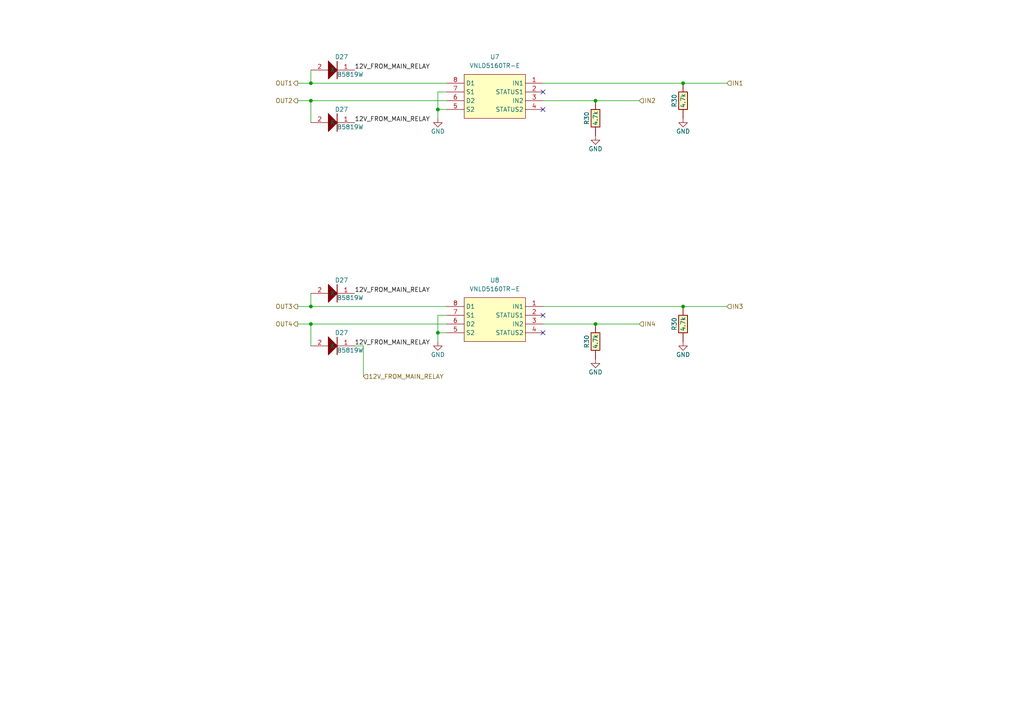
<source format=kicad_sch>
(kicad_sch (version 20230121) (generator eeschema)
  (paper "A4")
  (lib_symbols
    (symbol "chips:VNLD5160"
      (property "Reference" "U" (at 6.35 3.81 0))
      (property "Value" "VNLD5160TR-E" (at 12.7 -11.43 0))
      (symbol "VNLD5160_1_1"
        (rectangle (start 5.08 2.54) (end 22.86 -10.16) (fill (type background)))
        (pin input line (at 0 0 0) (length 5.08) (name "IN1") (number "1"))
        (pin open_collector line (at 0 -2.54 0) (length 5.08) (name "STATUS1") (number "2"))
        (pin input line (at 0 -5.08 0) (length 5.08) (name "IN2") (number "3"))
        (pin open_collector line (at 0 -7.62 0) (length 5.08) (name "STATUS2") (number "4"))
        (pin power_in line (at 27.94 -7.62 180) (length 5.08) (name "S2") (number "5"))
        (pin power_out line (at 27.94 -5.08 180) (length 5.08) (name "D2") (number "6"))
        (pin power_in line (at 27.94 -2.54 180) (length 5.08) (name "S1") (number "7"))
        (pin power_out line (at 27.94 0 180) (length 5.08) (name "D1") (number "8"))
      )
    )
    (symbol "hellen-one-common:1N4148WS"
      (property "Reference" "D" (at 0 2.54 0))
      (property "Value" "1N4148WS" (at 0 -3.81 0))
      (symbol "1N4148WS_1_0"
        (polyline (pts (xy 2.54 2.54) (xy 2.54 -2.54)) (stroke (width 0.254)))
        (polyline (pts (xy 0 -2.54) (xy 2.54 0) (xy 0 2.54) (xy 0 -2.54)) (stroke (width 0.254)) (fill (type outline)))
        (pin passive line (at 7.62 0 180) (length 5.08) (name "K") (number "1"))
        (pin passive line (at -5.08 0 0) (length 5.08) (name "A") (number "2"))
      )
    )
    (symbol "hellen-one-common:Res" (pin_numbers hide)
      (property "Reference" "R" (at 3.81 2.54 0))
      (property "Value" "Res" (at 5.08 -2.54 0))
      (symbol "Res_1_0"
        (rectangle (start 2.54 -1.27) (end 7.62 1.27) (stroke (width 0.254)) (fill (type background)))
        (pin passive line (at 0 0 0) (length 2.54) (name "") (number "1"))
        (pin passive line (at 10.16 0 180) (length 2.54) (name "") (number "2"))
      )
    )
    (symbol "power:GND" (power) (pin_names (offset 0))
      (property "Value" "GND" (at 0 -3.81 0))
      (symbol "GND_0_1"
        (polyline (pts (xy 0 0) (xy 0 -1.27) (xy 1.27 -1.27) (xy 0 -2.54) (xy -1.27 -1.27) (xy 0 -1.27)))
      )
      (symbol "GND_1_1"
        (pin power_in line (at 0 0 270) (length 0) hide (name "GND") (number "1"))
      )
    )
  )
  (junction (at 172.72 29.21))
  (junction (at 90.17 88.9))
  (junction (at 127 31.75))
  (junction (at 198.12 24.13))
  (junction (at 172.72 93.98))
  (junction (at 90.17 93.98))
  (junction (at 127 96.52))
  (junction (at 198.12 88.9))
  (junction (at 90.17 24.13))
  (junction (at 90.17 29.21))
  (no_connect (at 157.48 26.67))
  (no_connect (at 157.48 31.75))
  (no_connect (at 157.48 96.52))
  (no_connect (at 157.48 91.44))
  (wire (pts (xy 127 99.06) (xy 127 96.52)))
  (wire (pts (xy 157.48 24.13) (xy 198.12 24.13)))
  (wire (pts (xy 127 31.75) (xy 127 26.67)))
  (wire (pts (xy 90.17 20.32) (xy 90.17 24.13)))
  (wire (pts (xy 172.72 29.21) (xy 185.42 29.21)))
  (wire (pts (xy 127 31.75) (xy 129.54 31.75)))
  (wire (pts (xy 157.48 88.9) (xy 198.12 88.9)))
  (wire (pts (xy 127 96.52) (xy 129.54 96.52)))
  (wire (pts (xy 198.12 88.9) (xy 210.82 88.9)))
  (wire (pts (xy 105.41 109.22) (xy 105.41 100.33)))
  (wire (pts (xy 127 91.44) (xy 129.54 91.44)))
  (wire (pts (xy 157.48 29.21) (xy 172.72 29.21)))
  (wire (pts (xy 90.17 93.98) (xy 129.54 93.98)))
  (wire (pts (xy 90.17 24.13) (xy 129.54 24.13)))
  (wire (pts (xy 105.41 100.33) (xy 102.87 100.33)))
  (wire (pts (xy 86.36 29.21) (xy 90.17 29.21)))
  (wire (pts (xy 86.36 88.9) (xy 90.17 88.9)))
  (wire (pts (xy 157.48 93.98) (xy 172.72 93.98)))
  (wire (pts (xy 90.17 93.98) (xy 90.17 100.33)))
  (wire (pts (xy 127 34.29) (xy 127 31.75)))
  (wire (pts (xy 198.12 24.13) (xy 210.82 24.13)))
  (wire (pts (xy 90.17 88.9) (xy 129.54 88.9)))
  (wire (pts (xy 90.17 85.09) (xy 90.17 88.9)))
  (wire (pts (xy 90.17 29.21) (xy 90.17 35.56)))
  (wire (pts (xy 86.36 24.13) (xy 90.17 24.13)))
  (wire (pts (xy 172.72 93.98) (xy 185.42 93.98)))
  (wire (pts (xy 127 26.67) (xy 129.54 26.67)))
  (wire (pts (xy 86.36 93.98) (xy 90.17 93.98)))
  (wire (pts (xy 90.17 29.21) (xy 129.54 29.21)))
  (wire (pts (xy 127 96.52) (xy 127 91.44)))
  (label "12V_FROM_MAIN_RELAY" (at 102.87 100.33 0))
  (label "12V_FROM_MAIN_RELAY" (at 102.87 20.32 0))
  (label "12V_FROM_MAIN_RELAY" (at 102.87 35.56 0))
  (label "12V_FROM_MAIN_RELAY" (at 102.87 85.09 0))
  (hierarchical_label "IN3" (shape input) (at 210.82 88.9 0))
  (hierarchical_label "IN4" (shape input) (at 185.42 93.98 0))
  (hierarchical_label "OUT3" (shape output) (at 86.36 88.9 180))
  (hierarchical_label "OUT4" (shape output) (at 86.36 93.98 180))
  (hierarchical_label "12V_FROM_MAIN_RELAY" (shape input) (at 105.41 109.22 0))
  (hierarchical_label "IN2" (shape input) (at 185.42 29.21 0))
  (hierarchical_label "OUT2" (shape output) (at 86.36 29.21 180))
  (hierarchical_label "OUT1" (shape output) (at 86.36 24.13 180))
  (hierarchical_label "IN1" (shape input) (at 210.82 24.13 0))
  (symbol (lib_id "hellen-one-common:1N4148WS") (at 95.25 20.32 0) (mirror x) (unit 1)
    (property "Reference" "D27" (at 99.06 16.51 0))
    (property "Value" "B5819W" (at 101.6 21.59 0))
    (property "Footprint" "hellen-one-common:SOD-123" (effects hide))
    (property "LCSC" "C8598" (effects hide))
    (instances (project "lowside_quad" (path "" (reference "D27") (unit 1))) (project "uaefi-adapter-NA6" (path "" (reference "D27") (unit 1))) (project "alphax_8ch" (path "" (reference "D27") (unit 1)) (path "" (reference "D91") (unit 1))) (project "LS4" (path "" (reference "D27") (unit 1))) (project "uaefi" (path "" (reference "D2") (unit 1))) (project "uaefi-adapter-e36" (path "" (reference "D1") (unit 1))))
  )
  (symbol (lib_id "hellen-one-common:Res") (at 198.12 99.06 90) (unit 1)
    (property "Reference" "R30" (at 195.58 93.98 0))
    (property "Value" "4.7k" (at 198.12 93.98 0))
    (property "Footprint" "hellen-one-common:R0603" (effects hide))
    (property "LCSC" "C23162" (effects hide))
    (instances (project "uaefi-adapter-NA6" (path "" (reference "R30") (unit 1))) (project "alphax_8ch" (path "" (reference "R30") (unit 1)) (path "" (reference "R67") (unit 1))) (project "LS4" (path "" (reference "R30") (unit 1))) (project "uaefi" (path "" (reference "R12") (unit 1))) (project "uaefi-adapter-e36" (path "" (reference "R4") (unit 1))))
  )
  (symbol (lib_id "hellen-one-common:Res") (at 198.12 34.29 90) (unit 1)
    (property "Reference" "R30" (at 195.58 29.21 0))
    (property "Value" "4.7k" (at 198.12 29.21 0))
    (property "Footprint" "hellen-one-common:R0603" (effects hide))
    (property "LCSC" "C23162" (effects hide))
    (instances (project "uaefi-adapter-NA6" (path "" (reference "R30") (unit 1))) (project "alphax_8ch" (path "" (reference "R30") (unit 1)) (path "" (reference "R67") (unit 1))) (project "LS4" (path "" (reference "R30") (unit 1))) (project "uaefi" (path "" (reference "R10") (unit 1))) (project "uaefi-adapter-e36" (path "" (reference "R3") (unit 1))))
  )
  (symbol (lib_id "hellen-one-common:1N4148WS") (at 95.25 35.56 0) (mirror x) (unit 1)
    (property "Reference" "D27" (at 99.06 31.75 0))
    (property "Value" "B5819W" (at 101.6 36.83 0))
    (property "Footprint" "hellen-one-common:SOD-123" (effects hide))
    (property "LCSC" "C8598" (effects hide))
    (instances (project "lowside_quad" (path "" (reference "D27") (unit 1))) (project "uaefi-adapter-NA6" (path "" (reference "D27") (unit 1))) (project "alphax_8ch" (path "" (reference "D27") (unit 1)) (path "" (reference "D91") (unit 1))) (project "LS4" (path "" (reference "D27") (unit 1))) (project "uaefi" (path "" (reference "D3") (unit 1))) (project "uaefi-adapter-e36" (path "" (reference "D2") (unit 1))))
  )
  (symbol (lib_id "power:GND") (at 127 34.29 0) (mirror y) (unit 1)
    (property "Reference" "#PWR090" (effects hide))
    (property "Value" "GND" (at 127 38.1 0))
    (instances (project "uaefi-adapter-NA6" (path "" (reference "#PWR090") (unit 1))) (project "LS4" (path "" (reference "#PWR090") (unit 1))) (project "uaefi" (path "" (reference "#PWR090") (unit 1))) (project "uaefi-adapter-e36" (path "" (reference "#PWR015") (unit 1))))
  )
  (symbol (lib_id "power:GND") (at 172.72 104.14 0) (mirror y) (unit 1)
    (property "Reference" "#PWR0142" (effects hide))
    (property "Value" "GND" (at 172.72 107.95 0))
    (instances (project "uaefi-adapter-NA6" (path "" (reference "#PWR0142") (unit 1))) (project "LS4" (path "" (reference "#PWR0142") (unit 1))) (project "uaefi" (path "" (reference "#PWR0142") (unit 1))) (project "uaefi-adapter-e36" (path "" (reference "#PWR024") (unit 1))))
  )
  (symbol (lib_id "hellen-one-common:Res") (at 172.72 39.37 90) (unit 1)
    (property "Reference" "R30" (at 170.18 34.29 0))
    (property "Value" "4.7k" (at 172.72 34.29 0))
    (property "Footprint" "hellen-one-common:R0603" (effects hide))
    (property "LCSC" "C23162" (effects hide))
    (instances (project "uaefi-adapter-NA6" (path "" (reference "R30") (unit 1))) (project "alphax_8ch" (path "" (reference "R30") (unit 1)) (path "" (reference "R67") (unit 1))) (project "LS4" (path "" (reference "R30") (unit 1))) (project "uaefi" (path "" (reference "R11") (unit 1))) (project "uaefi-adapter-e36" (path "" (reference "R1") (unit 1))))
  )
  (symbol (lib_id "power:GND") (at 172.72 39.37 0) (mirror y) (unit 1)
    (property "Reference" "#PWR092" (effects hide))
    (property "Value" "GND" (at 172.72 43.18 0))
    (instances (project "uaefi-adapter-NA6" (path "" (reference "#PWR092") (unit 1))) (project "LS4" (path "" (reference "#PWR092") (unit 1))) (project "uaefi" (path "" (reference "#PWR092") (unit 1))) (project "uaefi-adapter-e36" (path "" (reference "#PWR023") (unit 1))))
  )
  (symbol (lib_id "power:GND") (at 198.12 34.29 0) (mirror y) (unit 1)
    (property "Reference" "#PWR093" (effects hide))
    (property "Value" "GND" (at 198.12 38.1 0))
    (instances (project "uaefi-adapter-NA6" (path "" (reference "#PWR093") (unit 1))) (project "LS4" (path "" (reference "#PWR093") (unit 1))) (project "uaefi" (path "" (reference "#PWR093") (unit 1))) (project "uaefi-adapter-e36" (path "" (reference "#PWR025") (unit 1))))
  )
  (symbol (lib_id "power:GND") (at 198.12 99.06 0) (mirror y) (unit 1)
    (property "Reference" "#PWR0141" (effects hide))
    (property "Value" "GND" (at 198.12 102.87 0))
    (instances (project "uaefi-adapter-NA6" (path "" (reference "#PWR0141") (unit 1))) (project "LS4" (path "" (reference "#PWR0141") (unit 1))) (project "uaefi" (path "" (reference "#PWR0141") (unit 1))) (project "uaefi-adapter-e36" (path "" (reference "#PWR026") (unit 1))))
  )
  (symbol (lib_id "chips:VNLD5160") (at 157.48 88.9 0) (mirror y) (unit 1)
    (property "Reference" "U8" (at 143.51 81.28 0))
    (property "Value" "VNLD5160TR-E" (at 143.51 83.82 0))
    (property "Footprint" "Package_SO:SOIC-8_3.9x4.9mm_P1.27mm" (effects hide))
    (property "LCSC" "C377942" (effects hide))
    (instances (project "uaefi-adapter-NA6" (path "" (reference "U8") (unit 1))) (project "LS4" (path "" (reference "U8") (unit 1))) (project "uaefi" (path "" (reference "U8") (unit 1))) (project "uaefi-adapter-e36" (path "" (reference "U2") (unit 1))))
  )
  (symbol (lib_id "hellen-one-common:1N4148WS") (at 95.25 100.33 0) (mirror x) (unit 1)
    (property "Reference" "D27" (at 99.06 96.52 0))
    (property "Value" "B5819W" (at 101.6 101.6 0))
    (property "Footprint" "hellen-one-common:SOD-123" (effects hide))
    (property "LCSC" "C8598" (effects hide))
    (instances (project "lowside_quad" (path "" (reference "D27") (unit 1))) (project "uaefi-adapter-NA6" (path "" (reference "D27") (unit 1))) (project "alphax_8ch" (path "" (reference "D27") (unit 1)) (path "" (reference "D91") (unit 1))) (project "LS4" (path "" (reference "D27") (unit 1))) (project "uaefi" (path "" (reference "D5") (unit 1))) (project "uaefi-adapter-e36" (path "" (reference "D4") (unit 1))))
  )
  (symbol (lib_id "chips:VNLD5160") (at 157.48 24.13 0) (mirror y) (unit 1)
    (property "Reference" "U7" (at 143.51 16.51 0))
    (property "Value" "VNLD5160TR-E" (at 143.51 19.05 0))
    (property "Footprint" "Package_SO:SOIC-8_3.9x4.9mm_P1.27mm" (effects hide))
    (property "LCSC" "C377942" (effects hide))
    (instances (project "uaefi-adapter-NA6" (path "" (reference "U7") (unit 1))) (project "LS4" (path "" (reference "U7") (unit 1))) (project "uaefi" (path "" (reference "U7") (unit 1))) (project "uaefi-adapter-e36" (path "" (reference "U1") (unit 1))))
  )
  (symbol (lib_id "hellen-one-common:1N4148WS") (at 95.25 85.09 0) (mirror x) (unit 1)
    (property "Reference" "D27" (at 99.06 81.28 0))
    (property "Value" "B5819W" (at 101.6 86.36 0))
    (property "Footprint" "hellen-one-common:SOD-123" (effects hide))
    (property "LCSC" "C8598" (effects hide))
    (instances (project "lowside_quad" (path "" (reference "D27") (unit 1))) (project "uaefi-adapter-NA6" (path "" (reference "D27") (unit 1))) (project "alphax_8ch" (path "" (reference "D27") (unit 1)) (path "" (reference "D91") (unit 1))) (project "LS4" (path "" (reference "D27") (unit 1))) (project "uaefi" (path "" (reference "D4") (unit 1))) (project "uaefi-adapter-e36" (path "" (reference "D3") (unit 1))))
  )
  (symbol (lib_id "hellen-one-common:Res") (at 172.72 104.14 90) (unit 1)
    (property "Reference" "R30" (at 170.18 99.06 0))
    (property "Value" "4.7k" (at 172.72 99.06 0))
    (property "Footprint" "hellen-one-common:R0603" (effects hide))
    (property "LCSC" "C23162" (effects hide))
    (instances (project "uaefi-adapter-NA6" (path "" (reference "R30") (unit 1))) (project "alphax_8ch" (path "" (reference "R30") (unit 1)) (path "" (reference "R67") (unit 1))) (project "LS4" (path "" (reference "R30") (unit 1))) (project "uaefi" (path "" (reference "R13") (unit 1))) (project "uaefi-adapter-e36" (path "" (reference "R2") (unit 1))))
  )
  (symbol (lib_id "power:GND") (at 127 99.06 0) (mirror y) (unit 1)
    (property "Reference" "#PWR091" (effects hide))
    (property "Value" "GND" (at 127 102.87 0))
    (instances (project "uaefi-adapter-NA6" (path "" (reference "#PWR091") (unit 1))) (project "LS4" (path "" (reference "#PWR091") (unit 1))) (project "uaefi" (path "" (reference "#PWR091") (unit 1))) (project "uaefi-adapter-e36" (path "" (reference "#PWR016") (unit 1))))
  )
)
</source>
